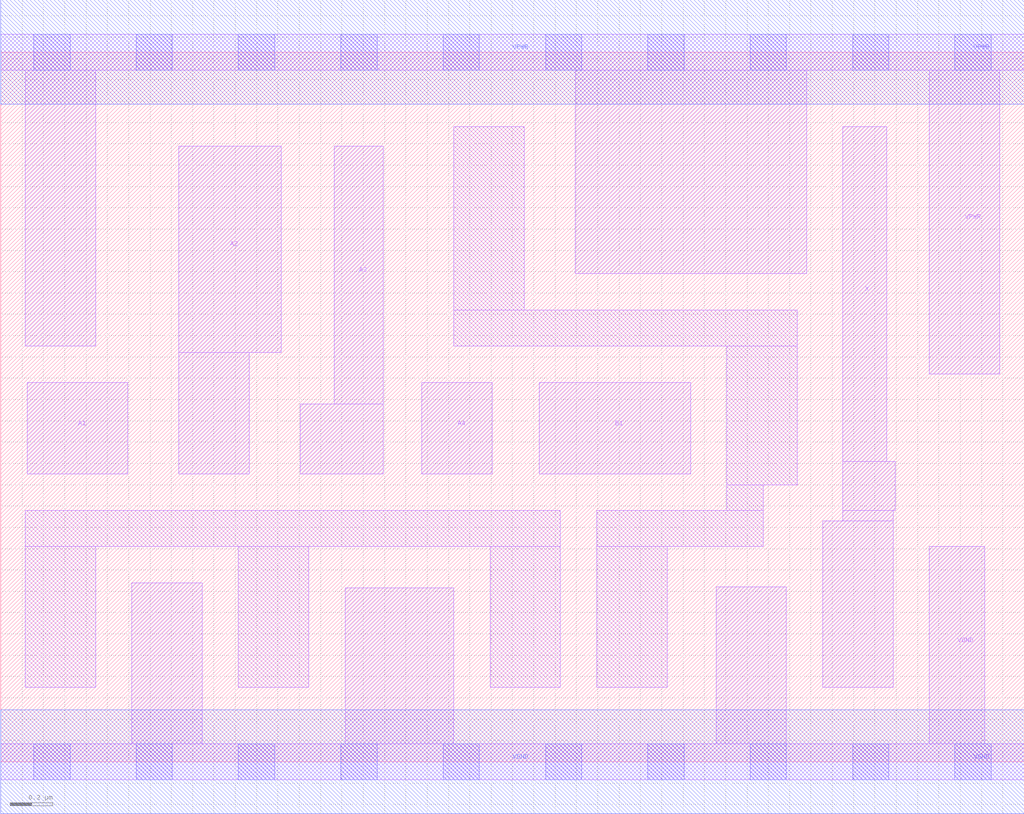
<source format=lef>
# Copyright 2020 The SkyWater PDK Authors
#
# Licensed under the Apache License, Version 2.0 (the "License");
# you may not use this file except in compliance with the License.
# You may obtain a copy of the License at
#
#     https://www.apache.org/licenses/LICENSE-2.0
#
# Unless required by applicable law or agreed to in writing, software
# distributed under the License is distributed on an "AS IS" BASIS,
# WITHOUT WARRANTIES OR CONDITIONS OF ANY KIND, either express or implied.
# See the License for the specific language governing permissions and
# limitations under the License.
#
# SPDX-License-Identifier: Apache-2.0

VERSION 5.7 ;
  NAMESCASESENSITIVE ON ;
  NOWIREEXTENSIONATPIN ON ;
  DIVIDERCHAR "/" ;
  BUSBITCHARS "[]" ;
UNITS
  DATABASE MICRONS 200 ;
END UNITS
MACRO sky130_fd_sc_ls__o41a_2
  CLASS CORE ;
  SOURCE USER ;
  FOREIGN sky130_fd_sc_ls__o41a_2 ;
  ORIGIN  0.000000  0.000000 ;
  SIZE  4.800000 BY  3.330000 ;
  SYMMETRY X Y ;
  SITE unit ;
  PIN A1
    ANTENNAGATEAREA  0.279000 ;
    DIRECTION INPUT ;
    USE SIGNAL ;
    PORT
      LAYER li1 ;
        RECT 0.125000 1.350000 0.595000 1.780000 ;
    END
  END A1
  PIN A2
    ANTENNAGATEAREA  0.279000 ;
    DIRECTION INPUT ;
    USE SIGNAL ;
    PORT
      LAYER li1 ;
        RECT 0.835000 1.350000 1.165000 1.920000 ;
        RECT 0.835000 1.920000 1.315000 2.890000 ;
    END
  END A2
  PIN A3
    ANTENNAGATEAREA  0.279000 ;
    DIRECTION INPUT ;
    USE SIGNAL ;
    PORT
      LAYER li1 ;
        RECT 1.405000 1.350000 1.795000 1.680000 ;
        RECT 1.565000 1.680000 1.795000 2.890000 ;
    END
  END A3
  PIN A4
    ANTENNAGATEAREA  0.279000 ;
    DIRECTION INPUT ;
    USE SIGNAL ;
    PORT
      LAYER li1 ;
        RECT 1.975000 1.350000 2.305000 1.780000 ;
    END
  END A4
  PIN B1
    ANTENNAGATEAREA  0.261000 ;
    DIRECTION INPUT ;
    USE SIGNAL ;
    PORT
      LAYER li1 ;
        RECT 2.525000 1.350000 3.235000 1.780000 ;
    END
  END B1
  PIN X
    ANTENNADIFFAREA  0.543200 ;
    DIRECTION OUTPUT ;
    USE SIGNAL ;
    PORT
      LAYER li1 ;
        RECT 3.855000 0.350000 4.185000 1.130000 ;
        RECT 3.950000 1.130000 4.185000 1.180000 ;
        RECT 3.950000 1.180000 4.195000 1.410000 ;
        RECT 3.950000 1.410000 4.155000 2.980000 ;
    END
  END X
  PIN VGND
    DIRECTION INOUT ;
    SHAPE ABUTMENT ;
    USE GROUND ;
    PORT
      LAYER li1 ;
        RECT 0.000000 -0.085000 4.800000 0.085000 ;
        RECT 0.615000  0.085000 0.945000 0.840000 ;
        RECT 1.615000  0.085000 2.125000 0.815000 ;
        RECT 3.355000  0.085000 3.685000 0.820000 ;
        RECT 4.355000  0.085000 4.615000 1.010000 ;
      LAYER mcon ;
        RECT 0.155000 -0.085000 0.325000 0.085000 ;
        RECT 0.635000 -0.085000 0.805000 0.085000 ;
        RECT 1.115000 -0.085000 1.285000 0.085000 ;
        RECT 1.595000 -0.085000 1.765000 0.085000 ;
        RECT 2.075000 -0.085000 2.245000 0.085000 ;
        RECT 2.555000 -0.085000 2.725000 0.085000 ;
        RECT 3.035000 -0.085000 3.205000 0.085000 ;
        RECT 3.515000 -0.085000 3.685000 0.085000 ;
        RECT 3.995000 -0.085000 4.165000 0.085000 ;
        RECT 4.475000 -0.085000 4.645000 0.085000 ;
      LAYER met1 ;
        RECT 0.000000 -0.245000 4.800000 0.245000 ;
    END
  END VGND
  PIN VPWR
    DIRECTION INOUT ;
    SHAPE ABUTMENT ;
    USE POWER ;
    PORT
      LAYER li1 ;
        RECT 0.000000 3.245000 4.800000 3.415000 ;
        RECT 0.115000 1.950000 0.445000 3.245000 ;
        RECT 2.695000 2.290000 3.780000 3.245000 ;
        RECT 4.355000 1.820000 4.685000 3.245000 ;
      LAYER mcon ;
        RECT 0.155000 3.245000 0.325000 3.415000 ;
        RECT 0.635000 3.245000 0.805000 3.415000 ;
        RECT 1.115000 3.245000 1.285000 3.415000 ;
        RECT 1.595000 3.245000 1.765000 3.415000 ;
        RECT 2.075000 3.245000 2.245000 3.415000 ;
        RECT 2.555000 3.245000 2.725000 3.415000 ;
        RECT 3.035000 3.245000 3.205000 3.415000 ;
        RECT 3.515000 3.245000 3.685000 3.415000 ;
        RECT 3.995000 3.245000 4.165000 3.415000 ;
        RECT 4.475000 3.245000 4.645000 3.415000 ;
      LAYER met1 ;
        RECT 0.000000 3.085000 4.800000 3.575000 ;
    END
  END VPWR
  OBS
    LAYER li1 ;
      RECT 0.115000 0.350000 0.445000 1.010000 ;
      RECT 0.115000 1.010000 2.625000 1.180000 ;
      RECT 1.115000 0.350000 1.445000 1.010000 ;
      RECT 2.125000 1.950000 3.735000 2.120000 ;
      RECT 2.125000 2.120000 2.455000 2.980000 ;
      RECT 2.295000 0.350000 2.625000 1.010000 ;
      RECT 2.795000 0.350000 3.125000 1.010000 ;
      RECT 2.795000 1.010000 3.575000 1.180000 ;
      RECT 3.405000 1.180000 3.575000 1.300000 ;
      RECT 3.405000 1.300000 3.735000 1.950000 ;
  END
END sky130_fd_sc_ls__o41a_2

</source>
